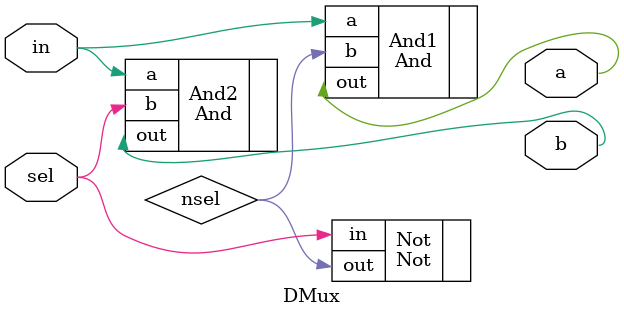
<source format=v>
module DMux (
  input wire in, sel,
  output wire a, b
);

wire nsel;

Not Not(.in(sel), .out(nsel));
And And1(.a(in), .b(nsel), .out(a));
And And2(.a(in), .b(sel), .out(b));

endmodule

</source>
